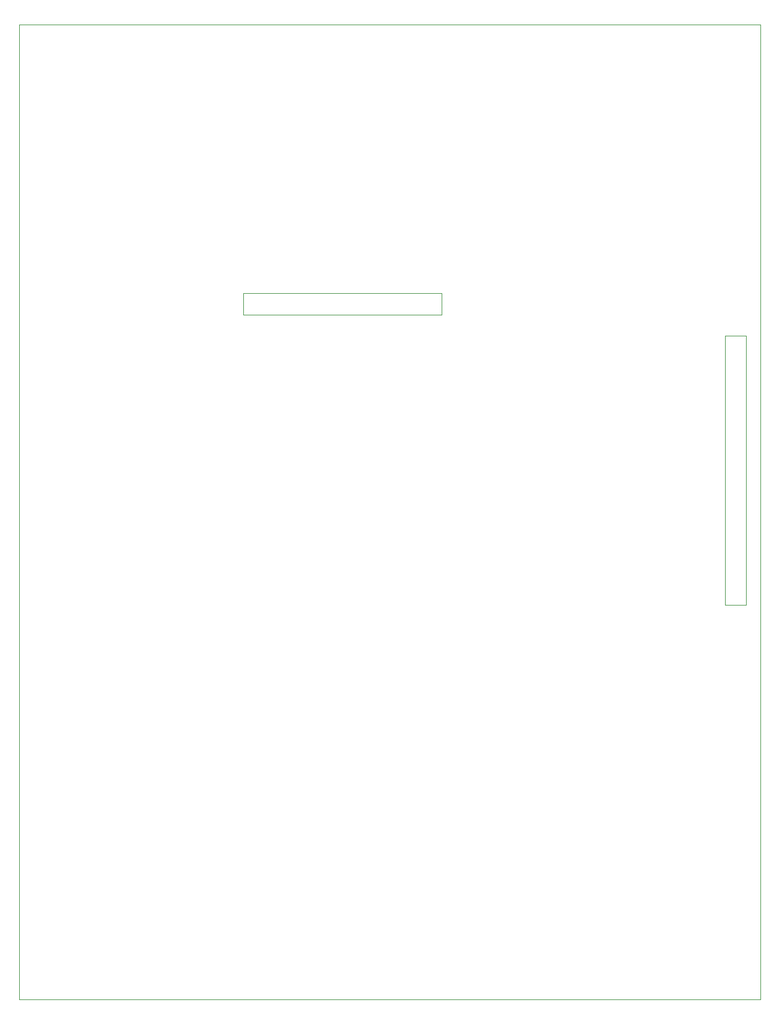
<source format=gbr>
%TF.GenerationSoftware,KiCad,Pcbnew,7.0.10-7.0.10~ubuntu22.04.1*%
%TF.CreationDate,2024-02-01T23:34:11+07:00*%
%TF.ProjectId,BFMC,42464d43-2e6b-4696-9361-645f70636258,rev?*%
%TF.SameCoordinates,Original*%
%TF.FileFunction,Profile,NP*%
%FSLAX46Y46*%
G04 Gerber Fmt 4.6, Leading zero omitted, Abs format (unit mm)*
G04 Created by KiCad (PCBNEW 7.0.10-7.0.10~ubuntu22.04.1) date 2024-02-01 23:34:11*
%MOMM*%
%LPD*%
G01*
G04 APERTURE LIST*
%TA.AperFunction,Profile*%
%ADD10C,0.100000*%
%TD*%
%TA.AperFunction,Profile*%
%ADD11C,0.101600*%
%TD*%
G04 APERTURE END LIST*
D10*
X143000000Y-58000000D02*
X146000000Y-58000000D01*
X146000000Y-96000000D01*
X143000000Y-96000000D01*
X143000000Y-58000000D01*
D11*
X43256200Y-14028200D02*
X148000000Y-14028200D01*
X148000000Y-151688800D01*
X43256200Y-151688800D01*
X43256200Y-14028200D01*
D10*
X75000000Y-52000000D02*
X103000000Y-52000000D01*
X103000000Y-55000000D01*
X75000000Y-55000000D01*
X75000000Y-52000000D01*
M02*

</source>
